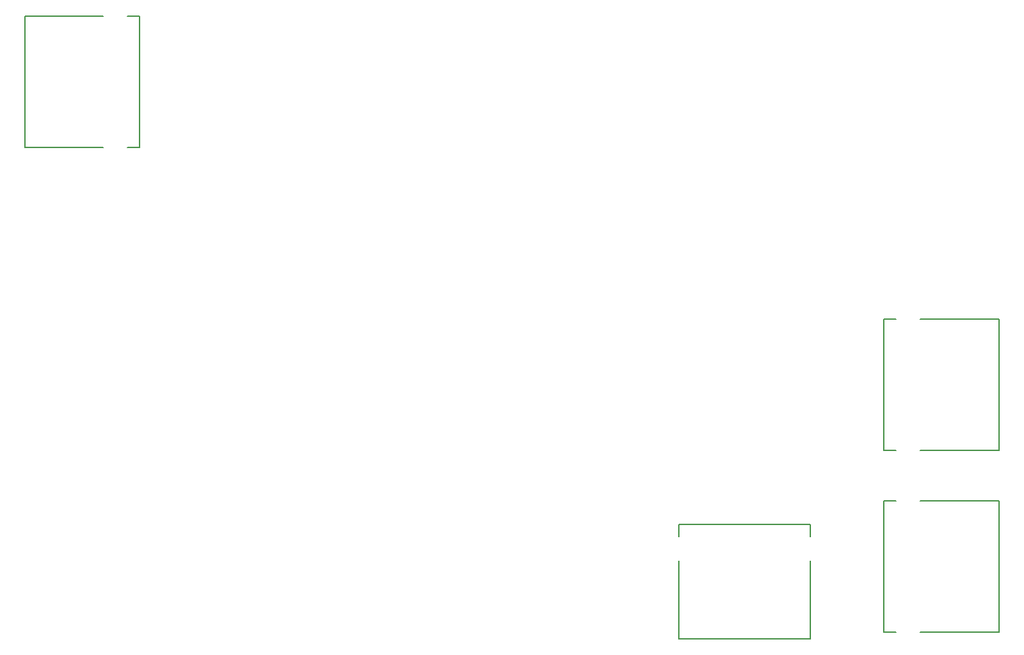
<source format=gbr>
G04 EAGLE Gerber RS-274X export*
G75*
%MOMM*%
%FSLAX34Y34*%
%LPD*%
%INSilkscreen Bottom*%
%IPPOS*%
%AMOC8*
5,1,8,0,0,1.08239X$1,22.5*%
G01*
%ADD10C,0.203200*%


D10*
X290350Y1009600D02*
X388620Y1009600D01*
X419100Y1009600D02*
X434350Y1009600D01*
X434350Y844600D01*
X419100Y844600D01*
X388620Y844600D02*
X290350Y844600D01*
X290350Y1009600D01*
X1414780Y463600D02*
X1513050Y463600D01*
X1384300Y463600D02*
X1369050Y463600D01*
X1369050Y628600D01*
X1384300Y628600D01*
X1414780Y628600D02*
X1513050Y628600D01*
X1513050Y463600D01*
X1513050Y235000D02*
X1414780Y235000D01*
X1384300Y235000D02*
X1369050Y235000D01*
X1369050Y400000D01*
X1384300Y400000D01*
X1414780Y400000D02*
X1513050Y400000D01*
X1513050Y235000D01*
X1111300Y226850D02*
X1111300Y325120D01*
X1111300Y355600D02*
X1111300Y370850D01*
X1276300Y370850D01*
X1276300Y355600D01*
X1276300Y325120D02*
X1276300Y226850D01*
X1111300Y226850D01*
M02*

</source>
